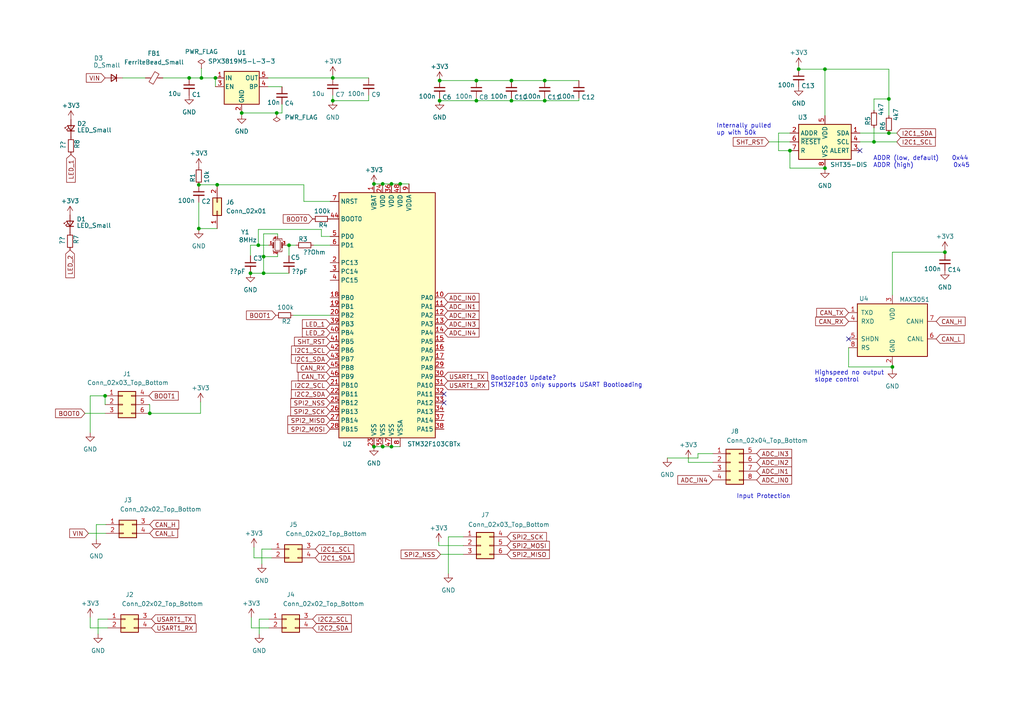
<source format=kicad_sch>
(kicad_sch (version 20211123) (generator eeschema)
  (paper "A4")
  (lib_symbols
    (symbol "Connector_Generic:Conn_02x01" (pin_names (offset 1.016) hide)
      (property "Reference" "J" (at 1.27 2.54 0))
      (property "Value" "Conn_02x01" (at 1.27 -2.54 0))
      (symbol "Conn_02x01_1_1"
        (rectangle (start -1.27 0.127) (end 0 -0.127) (stroke (width 0.1524)))
        (rectangle (start -1.27 1.27) (end 3.81 -1.27) (stroke (width 0.254)) (fill (type background)))
        (rectangle (start 3.81 0.127) (end 2.54 -0.127) (stroke (width 0.1524)))
        (pin passive line (at -5.08 0 0) (length 3.81) (name "Pin_1") (number "1"))
        (pin passive line (at 7.62 0 180) (length 3.81) (name "Pin_2") (number "2"))
      )
    )
    (symbol "Connector_Generic:Conn_02x02_Top_Bottom" (pin_names (offset 1.016) hide)
      (property "Reference" "J" (at 1.27 2.54 0))
      (property "Value" "Conn_02x02_Top_Bottom" (at 1.27 -5.08 0))
      (symbol "Conn_02x02_Top_Bottom_1_1"
        (rectangle (start -1.27 -2.413) (end 0 -2.667) (stroke (width 0.1524)))
        (rectangle (start -1.27 0.127) (end 0 -0.127) (stroke (width 0.1524)))
        (rectangle (start -1.27 1.27) (end 3.81 -3.81) (stroke (width 0.254)) (fill (type background)))
        (rectangle (start 3.81 -2.413) (end 2.54 -2.667) (stroke (width 0.1524)))
        (rectangle (start 3.81 0.127) (end 2.54 -0.127) (stroke (width 0.1524)))
        (pin passive line (at -5.08 0 0) (length 3.81) (name "Pin_1") (number "1"))
        (pin passive line (at -5.08 -2.54 0) (length 3.81) (name "Pin_2") (number "2"))
        (pin passive line (at 7.62 0 180) (length 3.81) (name "Pin_3") (number "3"))
        (pin passive line (at 7.62 -2.54 180) (length 3.81) (name "Pin_4") (number "4"))
      )
    )
    (symbol "Connector_Generic:Conn_02x03_Top_Bottom" (pin_names (offset 1.016) hide)
      (property "Reference" "J" (at 1.27 5.08 0))
      (property "Value" "Conn_02x03_Top_Bottom" (at 1.27 -5.08 0))
      (symbol "Conn_02x03_Top_Bottom_1_1"
        (rectangle (start -1.27 -2.413) (end 0 -2.667) (stroke (width 0.1524)))
        (rectangle (start -1.27 0.127) (end 0 -0.127) (stroke (width 0.1524)))
        (rectangle (start -1.27 2.667) (end 0 2.413) (stroke (width 0.1524)))
        (rectangle (start -1.27 3.81) (end 3.81 -3.81) (stroke (width 0.254)) (fill (type background)))
        (rectangle (start 3.81 -2.413) (end 2.54 -2.667) (stroke (width 0.1524)))
        (rectangle (start 3.81 0.127) (end 2.54 -0.127) (stroke (width 0.1524)))
        (rectangle (start 3.81 2.667) (end 2.54 2.413) (stroke (width 0.1524)))
        (pin passive line (at -5.08 2.54 0) (length 3.81) (name "Pin_1") (number "1"))
        (pin passive line (at -5.08 0 0) (length 3.81) (name "Pin_2") (number "2"))
        (pin passive line (at -5.08 -2.54 0) (length 3.81) (name "Pin_3") (number "3"))
        (pin passive line (at 7.62 2.54 180) (length 3.81) (name "Pin_4") (number "4"))
        (pin passive line (at 7.62 0 180) (length 3.81) (name "Pin_5") (number "5"))
        (pin passive line (at 7.62 -2.54 180) (length 3.81) (name "Pin_6") (number "6"))
      )
    )
    (symbol "Connector_Generic:Conn_02x04_Top_Bottom" (pin_names (offset 1.016) hide)
      (property "Reference" "J" (at 1.27 5.08 0))
      (property "Value" "Conn_02x04_Top_Bottom" (at 1.27 -7.62 0))
      (symbol "Conn_02x04_Top_Bottom_1_1"
        (rectangle (start -1.27 -4.953) (end 0 -5.207) (stroke (width 0.1524)))
        (rectangle (start -1.27 -2.413) (end 0 -2.667) (stroke (width 0.1524)))
        (rectangle (start -1.27 0.127) (end 0 -0.127) (stroke (width 0.1524)))
        (rectangle (start -1.27 2.667) (end 0 2.413) (stroke (width 0.1524)))
        (rectangle (start -1.27 3.81) (end 3.81 -6.35) (stroke (width 0.254)) (fill (type background)))
        (rectangle (start 3.81 -4.953) (end 2.54 -5.207) (stroke (width 0.1524)))
        (rectangle (start 3.81 -2.413) (end 2.54 -2.667) (stroke (width 0.1524)))
        (rectangle (start 3.81 0.127) (end 2.54 -0.127) (stroke (width 0.1524)))
        (rectangle (start 3.81 2.667) (end 2.54 2.413) (stroke (width 0.1524)))
        (pin passive line (at -5.08 2.54 0) (length 3.81) (name "Pin_1") (number "1"))
        (pin passive line (at -5.08 0 0) (length 3.81) (name "Pin_2") (number "2"))
        (pin passive line (at -5.08 -2.54 0) (length 3.81) (name "Pin_3") (number "3"))
        (pin passive line (at -5.08 -5.08 0) (length 3.81) (name "Pin_4") (number "4"))
        (pin passive line (at 7.62 2.54 180) (length 3.81) (name "Pin_5") (number "5"))
        (pin passive line (at 7.62 0 180) (length 3.81) (name "Pin_6") (number "6"))
        (pin passive line (at 7.62 -2.54 180) (length 3.81) (name "Pin_7") (number "7"))
        (pin passive line (at 7.62 -5.08 180) (length 3.81) (name "Pin_8") (number "8"))
      )
    )
    (symbol "Device:C_Small" (pin_numbers hide) (pin_names (offset 0.254) hide)
      (property "Reference" "C" (at 0.254 1.778 0))
      (property "Value" "C_Small" (at 0.254 -2.032 0))
      (symbol "C_Small_0_1"
        (polyline (pts (xy -1.524 -0.508) (xy 1.524 -0.508)) (stroke (width 0.3302)))
        (polyline (pts (xy -1.524 0.508) (xy 1.524 0.508)) (stroke (width 0.3048)))
      )
      (symbol "C_Small_1_1"
        (pin passive line (at 0 2.54 270) (length 2.032) (name "~") (number "1"))
        (pin passive line (at 0 -2.54 90) (length 2.032) (name "~") (number "2"))
      )
    )
    (symbol "Device:Crystal_GND24_Small" (pin_names (offset 1.016) hide)
      (property "Reference" "Y" (at 1.27 4.445 0))
      (property "Value" "Crystal_GND24_Small" (at 1.27 2.54 0))
      (symbol "Crystal_GND24_Small_0_1"
        (rectangle (start -0.762 -1.524) (end 0.762 1.524))
        (polyline (pts (xy -1.27 -0.762) (xy -1.27 0.762)) (stroke (width 0.381)))
        (polyline (pts (xy 1.27 -0.762) (xy 1.27 0.762)) (stroke (width 0.381)))
        (polyline (pts (xy -1.27 -1.27) (xy -1.27 -1.905) (xy 1.27 -1.905) (xy 1.27 -1.27)))
        (polyline (pts (xy -1.27 1.27) (xy -1.27 1.905) (xy 1.27 1.905) (xy 1.27 1.27)))
      )
      (symbol "Crystal_GND24_Small_1_1"
        (pin passive line (at -2.54 0 0) (length 1.27) (name "1") (number "1"))
        (pin passive line (at 0 -2.54 90) (length 0.635) (name "2") (number "2"))
        (pin passive line (at 2.54 0 180) (length 1.27) (name "3") (number "3"))
        (pin passive line (at 0 2.54 270) (length 0.635) (name "4") (number "4"))
      )
    )
    (symbol "Device:D_Small" (pin_numbers hide) (pin_names (offset 0.254) hide)
      (property "Reference" "D" (at -1.27 2.032 0))
      (property "Value" "D_Small" (at -3.81 -2.032 0))
      (symbol "D_Small_0_1"
        (polyline (pts (xy -0.762 -1.016) (xy -0.762 1.016)) (stroke (width 0.254)))
        (polyline (pts (xy -0.762 0) (xy 0.762 0)))
        (polyline (pts (xy 0.762 -1.016) (xy -0.762 0) (xy 0.762 1.016) (xy 0.762 -1.016)) (stroke (width 0.254)))
      )
      (symbol "D_Small_1_1"
        (pin passive line (at -2.54 0 0) (length 1.778) (name "K") (number "1"))
        (pin passive line (at 2.54 0 180) (length 1.778) (name "A") (number "2"))
      )
    )
    (symbol "Device:FerriteBead_Small" (pin_numbers hide) (pin_names (offset 0))
      (property "Reference" "FB" (at 1.905 1.27 0))
      (property "Value" "FerriteBead_Small" (at 1.905 -1.27 0))
      (symbol "FerriteBead_Small_0_1"
        (polyline (pts (xy 0 -1.27) (xy 0 -0.7874)))
        (polyline (pts (xy 0 0.889) (xy 0 1.2954)))
        (polyline (pts (xy -1.8288 0.2794) (xy -1.1176 1.4986) (xy 1.8288 -0.2032) (xy 1.1176 -1.4224) (xy -1.8288 0.2794)))
      )
      (symbol "FerriteBead_Small_1_1"
        (pin passive line (at 0 2.54 270) (length 1.27) (name "~") (number "1"))
        (pin passive line (at 0 -2.54 90) (length 1.27) (name "~") (number "2"))
      )
    )
    (symbol "Device:LED_Small" (pin_numbers hide) (pin_names (offset 0.254) hide)
      (property "Reference" "D" (at -1.27 3.175 0))
      (property "Value" "LED_Small" (at -4.445 -2.54 0))
      (symbol "LED_Small_0_1"
        (polyline (pts (xy -0.762 -1.016) (xy -0.762 1.016)) (stroke (width 0.254)))
        (polyline (pts (xy 1.016 0) (xy -0.762 0)))
        (polyline (pts (xy 0.762 -1.016) (xy -0.762 0) (xy 0.762 1.016) (xy 0.762 -1.016)) (stroke (width 0.254)))
        (polyline (pts (xy 0 0.762) (xy -0.508 1.27) (xy -0.254 1.27) (xy -0.508 1.27) (xy -0.508 1.016)))
        (polyline (pts (xy 0.508 1.27) (xy 0 1.778) (xy 0.254 1.778) (xy 0 1.778) (xy 0 1.524)))
      )
      (symbol "LED_Small_1_1"
        (pin passive line (at -2.54 0 0) (length 1.778) (name "K") (number "1"))
        (pin passive line (at 2.54 0 180) (length 1.778) (name "A") (number "2"))
      )
    )
    (symbol "Device:R_Small" (pin_numbers hide) (pin_names (offset 0.254) hide)
      (property "Reference" "R" (at 0.762 0.508 0))
      (property "Value" "R_Small" (at 0.762 -1.016 0))
      (symbol "R_Small_0_1"
        (rectangle (start -0.762 1.778) (end 0.762 -1.778) (stroke (width 0.2032)))
      )
      (symbol "R_Small_1_1"
        (pin passive line (at 0 2.54 270) (length 0.762) (name "~") (number "1"))
        (pin passive line (at 0 -2.54 90) (length 0.762) (name "~") (number "2"))
      )
    )
    (symbol "Interface_UART:MAX3051" (pin_names (offset 1.016))
      (property "Reference" "U" (at -10.16 8.89 0))
      (property "Value" "MAX3051" (at 2.54 8.89 0))
      (symbol "MAX3051_0_1"
        (rectangle (start -10.16 7.62) (end 10.16 -7.62) (stroke (width 0.254)) (fill (type background)))
      )
      (symbol "MAX3051_1_1"
        (pin input line (at -12.7 5.08 0) (length 2.54) (name "TXD") (number "1"))
        (pin power_in line (at 0 -10.16 90) (length 2.54) (name "GND") (number "2"))
        (pin power_in line (at 0 10.16 270) (length 2.54) (name "VDD") (number "3"))
        (pin output line (at -12.7 2.54 0) (length 2.54) (name "RXD") (number "4"))
        (pin input line (at -12.7 -2.54 0) (length 2.54) (name "SHDN") (number "5"))
        (pin bidirectional line (at 12.7 -2.54 180) (length 2.54) (name "CANL") (number "6"))
        (pin bidirectional line (at 12.7 2.54 180) (length 2.54) (name "CANH") (number "7"))
        (pin input line (at -12.7 -5.08 0) (length 2.54) (name "RS") (number "8"))
      )
    )
    (symbol "MCU_ST_STM32F1:STM32F103CBTx"
      (property "Reference" "U" (at -15.24 36.83 0))
      (property "Value" "STM32F103CBTx" (at 7.62 36.83 0))
      (symbol "STM32F103CBTx_0_1"
        (rectangle (start -15.24 -35.56) (end 12.7 35.56) (stroke (width 0.254)) (fill (type background)))
      )
      (symbol "STM32F103CBTx_1_1"
        (pin power_in line (at -5.08 38.1 270) (length 2.54) (name "VBAT") (number "1"))
        (pin bidirectional line (at 15.24 5.08 180) (length 2.54) (name "PA0") (number "10"))
        (pin bidirectional line (at 15.24 2.54 180) (length 2.54) (name "PA1") (number "11"))
        (pin bidirectional line (at 15.24 0 180) (length 2.54) (name "PA2") (number "12"))
        (pin bidirectional line (at 15.24 -2.54 180) (length 2.54) (name "PA3") (number "13"))
        (pin bidirectional line (at 15.24 -5.08 180) (length 2.54) (name "PA4") (number "14"))
        (pin bidirectional line (at 15.24 -7.62 180) (length 2.54) (name "PA5") (number "15"))
        (pin bidirectional line (at 15.24 -10.16 180) (length 2.54) (name "PA6") (number "16"))
        (pin bidirectional line (at 15.24 -12.7 180) (length 2.54) (name "PA7") (number "17"))
        (pin bidirectional line (at -17.78 5.08 0) (length 2.54) (name "PB0") (number "18"))
        (pin bidirectional line (at -17.78 2.54 0) (length 2.54) (name "PB1") (number "19"))
        (pin bidirectional line (at -17.78 15.24 0) (length 2.54) (name "PC13") (number "2"))
        (pin bidirectional line (at -17.78 0 0) (length 2.54) (name "PB2") (number "20"))
        (pin bidirectional line (at -17.78 -20.32 0) (length 2.54) (name "PB10") (number "21"))
        (pin bidirectional line (at -17.78 -22.86 0) (length 2.54) (name "PB11") (number "22"))
        (pin power_in line (at -5.08 -38.1 90) (length 2.54) (name "VSS") (number "23"))
        (pin power_in line (at -2.54 38.1 270) (length 2.54) (name "VDD") (number "24"))
        (pin bidirectional line (at -17.78 -25.4 0) (length 2.54) (name "PB12") (number "25"))
        (pin bidirectional line (at -17.78 -27.94 0) (length 2.54) (name "PB13") (number "26"))
        (pin bidirectional line (at -17.78 -30.48 0) (length 2.54) (name "PB14") (number "27"))
        (pin bidirectional line (at -17.78 -33.02 0) (length 2.54) (name "PB15") (number "28"))
        (pin bidirectional line (at 15.24 -15.24 180) (length 2.54) (name "PA8") (number "29"))
        (pin bidirectional line (at -17.78 12.7 0) (length 2.54) (name "PC14") (number "3"))
        (pin bidirectional line (at 15.24 -17.78 180) (length 2.54) (name "PA9") (number "30"))
        (pin bidirectional line (at 15.24 -20.32 180) (length 2.54) (name "PA10") (number "31"))
        (pin bidirectional line (at 15.24 -22.86 180) (length 2.54) (name "PA11") (number "32"))
        (pin bidirectional line (at 15.24 -25.4 180) (length 2.54) (name "PA12") (number "33"))
        (pin bidirectional line (at 15.24 -27.94 180) (length 2.54) (name "PA13") (number "34"))
        (pin power_in line (at -2.54 -38.1 90) (length 2.54) (name "VSS") (number "35"))
        (pin power_in line (at 0 38.1 270) (length 2.54) (name "VDD") (number "36"))
        (pin bidirectional line (at 15.24 -30.48 180) (length 2.54) (name "PA14") (number "37"))
        (pin bidirectional line (at 15.24 -33.02 180) (length 2.54) (name "PA15") (number "38"))
        (pin bidirectional line (at -17.78 -2.54 0) (length 2.54) (name "PB3") (number "39"))
        (pin bidirectional line (at -17.78 10.16 0) (length 2.54) (name "PC15") (number "4"))
        (pin bidirectional line (at -17.78 -5.08 0) (length 2.54) (name "PB4") (number "40"))
        (pin bidirectional line (at -17.78 -7.62 0) (length 2.54) (name "PB5") (number "41"))
        (pin bidirectional line (at -17.78 -10.16 0) (length 2.54) (name "PB6") (number "42"))
        (pin bidirectional line (at -17.78 -12.7 0) (length 2.54) (name "PB7") (number "43"))
        (pin input line (at -17.78 27.94 0) (length 2.54) (name "BOOT0") (number "44"))
        (pin bidirectional line (at -17.78 -15.24 0) (length 2.54) (name "PB8") (number "45"))
        (pin bidirectional line (at -17.78 -17.78 0) (length 2.54) (name "PB9") (number "46"))
        (pin power_in line (at 0 -38.1 90) (length 2.54) (name "VSS") (number "47"))
        (pin power_in line (at 2.54 38.1 270) (length 2.54) (name "VDD") (number "48"))
        (pin input line (at -17.78 22.86 0) (length 2.54) (name "PD0") (number "5"))
        (pin input line (at -17.78 20.32 0) (length 2.54) (name "PD1") (number "6"))
        (pin input line (at -17.78 33.02 0) (length 2.54) (name "NRST") (number "7"))
        (pin power_in line (at 2.54 -38.1 90) (length 2.54) (name "VSSA") (number "8"))
        (pin power_in line (at 5.08 38.1 270) (length 2.54) (name "VDDA") (number "9"))
      )
    )
    (symbol "Regulator_Linear:SPX3819M5-L-3-3" (pin_names (offset 0.254))
      (property "Reference" "U" (at -3.81 5.715 0))
      (property "Value" "SPX3819M5-L-3-3" (at 0 5.715 0))
      (symbol "SPX3819M5-L-3-3_0_1"
        (rectangle (start -5.08 4.445) (end 5.08 -5.08) (stroke (width 0.254)) (fill (type background)))
      )
      (symbol "SPX3819M5-L-3-3_1_1"
        (pin power_in line (at -7.62 2.54 0) (length 2.54) (name "IN") (number "1"))
        (pin power_in line (at 0 -7.62 90) (length 2.54) (name "GND") (number "2"))
        (pin input line (at -7.62 0 0) (length 2.54) (name "EN") (number "3"))
        (pin input line (at 7.62 0 180) (length 2.54) (name "BP") (number "4"))
        (pin power_out line (at 7.62 2.54 180) (length 2.54) (name "OUT") (number "5"))
      )
    )
    (symbol "Sensor_Humidity:SHT35-DIS"
      (property "Reference" "U" (at -6.35 6.35 0))
      (property "Value" "SHT35-DIS" (at 6.35 6.35 0))
      (symbol "SHT35-DIS_0_1"
        (rectangle (start -7.62 5.08) (end 7.62 -5.08) (stroke (width 0.254)) (fill (type background)))
      )
      (symbol "SHT35-DIS_1_1"
        (pin bidirectional line (at 10.16 2.54 180) (length 2.54) (name "SDA") (number "1"))
        (pin input line (at -10.16 2.54 0) (length 2.54) (name "ADDR") (number "2"))
        (pin output line (at 10.16 -2.54 180) (length 2.54) (name "ALERT") (number "3"))
        (pin input line (at 10.16 0 180) (length 2.54) (name "SCL") (number "4"))
        (pin power_in line (at 0 7.62 270) (length 2.54) (name "VDD") (number "5"))
        (pin input line (at -10.16 0 0) (length 2.54) (name "~{RESET}") (number "6"))
        (pin passive line (at -10.16 -2.54 0) (length 2.54) (name "R") (number "7"))
        (pin power_in line (at 0 -7.62 90) (length 2.54) (name "VSS") (number "8"))
        (pin passive line (at 0 -7.62 90) (length 2.54) hide (name "VSS") (number "9"))
      )
    )
    (symbol "power:+3V3" (power) (pin_names (offset 0))
      (property "Value" "+3V3" (at 0 3.556 0))
      (symbol "+3V3_0_1"
        (polyline (pts (xy -0.762 1.27) (xy 0 2.54)))
        (polyline (pts (xy 0 0) (xy 0 2.54)))
        (polyline (pts (xy 0 2.54) (xy 0.762 1.27)))
      )
      (symbol "+3V3_1_1"
        (pin power_in line (at 0 0 90) (length 0) hide (name "+3V3") (number "1"))
      )
    )
    (symbol "power:GND" (power) (pin_names (offset 0))
      (property "Value" "GND" (at 0 -3.81 0))
      (symbol "GND_0_1"
        (polyline (pts (xy 0 0) (xy 0 -1.27) (xy 1.27 -1.27) (xy 0 -2.54) (xy -1.27 -1.27) (xy 0 -1.27)))
      )
      (symbol "GND_1_1"
        (pin power_in line (at 0 0 270) (length 0) hide (name "GND") (number "1"))
      )
    )
    (symbol "power:PWR_FLAG" (power) (pin_numbers hide) (pin_names (offset 0) hide)
      (property "Value" "PWR_FLAG" (at 0 3.81 0))
      (symbol "PWR_FLAG_0_0"
        (pin power_out line (at 0 0 90) (length 0) (name "pwr") (number "1"))
      )
      (symbol "PWR_FLAG_0_1"
        (polyline (pts (xy 0 0) (xy 0 1.27) (xy -1.016 1.905) (xy 0 2.54) (xy 1.016 1.905) (xy 0 1.27)))
      )
    )
  )
  (junction (at 127.508 23.368))
  (junction (at 108.458 129.54))
  (junction (at 80.264 32.766))
  (junction (at 83.82 71.12))
  (junction (at 127.508 29.21))
  (junction (at 110.998 53.34))
  (junction (at 239.268 20.066))
  (junction (at 76.454 74.422))
  (junction (at 70.104 32.766))
  (junction (at 108.458 53.34))
  (junction (at 54.864 22.606))
  (junction (at 57.658 53.594))
  (junction (at 96.52 22.606))
  (junction (at 116.078 53.34))
  (junction (at 157.988 23.368))
  (junction (at 274.066 73.152))
  (junction (at 258.826 106.426))
  (junction (at 229.108 43.688))
  (junction (at 253.492 41.148))
  (junction (at 138.176 23.368))
  (junction (at 72.644 79.248))
  (junction (at 30.48 114.808))
  (junction (at 110.998 129.54))
  (junction (at 43.434 119.888))
  (junction (at 257.81 28.702))
  (junction (at 62.484 22.606))
  (junction (at 74.93 71.12))
  (junction (at 138.176 29.21))
  (junction (at 157.988 29.21))
  (junction (at 231.648 20.066))
  (junction (at 239.268 48.768))
  (junction (at 96.52 29.21))
  (junction (at 76.454 79.248))
  (junction (at 113.538 129.54))
  (junction (at 257.81 38.608))
  (junction (at 148.336 29.21))
  (junction (at 57.658 66.294))
  (junction (at 58.42 22.606))
  (junction (at 148.336 23.368))
  (junction (at 62.992 53.594))
  (junction (at 113.538 53.34))
  (no_connect (at 249.428 43.688))
  (no_connect (at 128.778 114.3))
  (no_connect (at 128.778 116.84))
  (no_connect (at 246.126 98.298))
  (wire (pts (xy 76.454 79.248) (xy 83.82 79.248)))
  (wire (pts (xy 274.066 73.152) (xy 274.066 73.406)))
  (wire (pts (xy 83.82 71.12) (xy 85.852 71.12)))
  (wire (pts (xy 80.518 73.66) (xy 80.518 74.422)))
  (wire (pts (xy 246.126 100.838) (xy 246.126 106.426)))
  (wire (pts (xy 274.066 72.644) (xy 274.066 73.152)))
  (wire (pts (xy 257.81 28.702) (xy 257.81 20.066)))
  (wire (pts (xy 77.724 22.606) (xy 96.52 22.606)))
  (wire (pts (xy 206.756 134.112) (xy 199.644 134.112)))
  (wire (pts (xy 93.218 66.548) (xy 74.93 66.548)))
  (wire (pts (xy 27.94 152.146) (xy 30.734 152.146)))
  (wire (pts (xy 258.826 73.152) (xy 258.826 85.598)))
  (wire (pts (xy 116.078 53.34) (xy 118.618 53.34)))
  (wire (pts (xy 127.508 23.368) (xy 138.176 23.368)))
  (wire (pts (xy 257.81 20.066) (xy 239.268 20.066)))
  (wire (pts (xy 28.448 183.896) (xy 28.448 179.578)))
  (wire (pts (xy 157.988 29.21) (xy 167.894 29.21)))
  (wire (pts (xy 108.458 53.34) (xy 110.998 53.34)))
  (wire (pts (xy 127.508 28.448) (xy 127.508 29.21)))
  (wire (pts (xy 88.138 58.42) (xy 88.138 53.594)))
  (wire (pts (xy 43.434 117.348) (xy 43.434 119.888)))
  (wire (pts (xy 26.162 182.118) (xy 26.162 179.07)))
  (wire (pts (xy 76.454 67.818) (xy 80.518 67.818)))
  (wire (pts (xy 90.932 71.12) (xy 95.758 71.12)))
  (wire (pts (xy 225.806 43.688) (xy 229.108 43.688)))
  (wire (pts (xy 47.244 22.606) (xy 54.864 22.606)))
  (wire (pts (xy 31.242 182.118) (xy 26.162 182.118)))
  (wire (pts (xy 74.93 66.548) (xy 74.93 71.12)))
  (wire (pts (xy 62.992 66.294) (xy 57.658 66.294)))
  (wire (pts (xy 72.644 79.248) (xy 76.454 79.248)))
  (wire (pts (xy 77.978 182.118) (xy 72.898 182.118)))
  (wire (pts (xy 257.81 33.528) (xy 257.81 28.702)))
  (wire (pts (xy 72.898 182.118) (xy 72.898 179.07)))
  (wire (pts (xy 127.508 29.21) (xy 138.176 29.21)))
  (wire (pts (xy 75.946 163.576) (xy 75.946 159.258)))
  (wire (pts (xy 77.724 25.146) (xy 81.788 25.146)))
  (wire (pts (xy 257.81 38.608) (xy 260.096 38.608)))
  (wire (pts (xy 249.428 38.608) (xy 257.81 38.608)))
  (wire (pts (xy 30.734 154.686) (xy 25.654 154.686)))
  (wire (pts (xy 157.988 23.368) (xy 167.894 23.368)))
  (wire (pts (xy 58.166 119.888) (xy 43.434 119.888)))
  (wire (pts (xy 62.992 53.594) (xy 88.138 53.594)))
  (wire (pts (xy 138.176 28.448) (xy 138.176 29.21)))
  (wire (pts (xy 83.82 71.12) (xy 83.82 74.168)))
  (wire (pts (xy 73.66 161.798) (xy 73.66 158.75)))
  (wire (pts (xy 246.126 106.426) (xy 258.826 106.426)))
  (wire (pts (xy 167.894 29.21) (xy 167.894 28.448)))
  (wire (pts (xy 95.758 58.42) (xy 88.138 58.42)))
  (wire (pts (xy 78.74 161.798) (xy 73.66 161.798)))
  (wire (pts (xy 54.864 22.606) (xy 58.42 22.606)))
  (wire (pts (xy 96.52 22.606) (xy 106.934 22.606)))
  (wire (pts (xy 134.366 158.242) (xy 127.254 158.242)))
  (wire (pts (xy 75.946 159.258) (xy 78.74 159.258)))
  (wire (pts (xy 223.012 41.148) (xy 229.108 41.148)))
  (wire (pts (xy 110.998 129.54) (xy 113.538 129.54)))
  (wire (pts (xy 24.638 119.888) (xy 30.48 119.888)))
  (wire (pts (xy 72.644 71.12) (xy 74.93 71.12)))
  (wire (pts (xy 138.176 29.21) (xy 148.336 29.21)))
  (wire (pts (xy 193.548 132.842) (xy 202.438 132.842)))
  (wire (pts (xy 81.788 32.766) (xy 80.264 32.766)))
  (wire (pts (xy 249.428 41.148) (xy 253.492 41.148)))
  (wire (pts (xy 130.048 155.702) (xy 134.366 155.702)))
  (wire (pts (xy 96.52 22.606) (xy 96.52 21.844)))
  (wire (pts (xy 62.484 22.606) (xy 62.484 25.146)))
  (wire (pts (xy 43.434 119.888) (xy 43.18 119.888)))
  (wire (pts (xy 76.454 67.818) (xy 76.454 74.422)))
  (wire (pts (xy 27.94 156.464) (xy 27.94 152.146)))
  (wire (pts (xy 157.988 28.448) (xy 157.988 29.21)))
  (wire (pts (xy 75.184 179.578) (xy 77.978 179.578)))
  (wire (pts (xy 106.934 27.686) (xy 106.934 29.21)))
  (wire (pts (xy 96.52 27.686) (xy 96.52 29.21)))
  (wire (pts (xy 58.166 116.586) (xy 58.166 119.888)))
  (wire (pts (xy 258.826 106.426) (xy 258.826 107.188)))
  (wire (pts (xy 26.162 125.476) (xy 26.162 114.808)))
  (wire (pts (xy 110.998 53.34) (xy 113.538 53.34)))
  (wire (pts (xy 148.336 29.21) (xy 157.988 29.21)))
  (wire (pts (xy 57.658 58.674) (xy 57.658 66.294)))
  (wire (pts (xy 258.826 73.152) (xy 274.066 73.152)))
  (wire (pts (xy 113.538 129.54) (xy 116.078 129.54)))
  (wire (pts (xy 127.762 160.782) (xy 134.366 160.782)))
  (wire (pts (xy 253.492 41.148) (xy 260.096 41.148)))
  (wire (pts (xy 148.336 28.448) (xy 148.336 29.21)))
  (wire (pts (xy 127.254 158.242) (xy 127.254 157.226)))
  (wire (pts (xy 239.268 33.528) (xy 239.268 20.066)))
  (wire (pts (xy 26.162 114.808) (xy 30.48 114.808)))
  (wire (pts (xy 130.048 166.37) (xy 130.048 155.702)))
  (wire (pts (xy 58.42 19.812) (xy 58.42 22.606)))
  (wire (pts (xy 85.09 91.44) (xy 95.758 91.44)))
  (wire (pts (xy 239.268 48.768) (xy 239.268 49.022)))
  (wire (pts (xy 81.788 30.226) (xy 81.788 32.766)))
  (wire (pts (xy 93.218 66.548) (xy 93.218 68.58)))
  (wire (pts (xy 57.658 53.594) (xy 62.992 53.594)))
  (wire (pts (xy 253.492 32.004) (xy 253.492 28.702)))
  (wire (pts (xy 231.648 19.304) (xy 231.648 20.066)))
  (wire (pts (xy 95.758 68.58) (xy 93.218 68.58)))
  (wire (pts (xy 43.18 117.348) (xy 43.434 117.348)))
  (wire (pts (xy 239.268 20.066) (xy 231.648 20.066)))
  (wire (pts (xy 202.438 132.842) (xy 202.438 131.572)))
  (wire (pts (xy 35.56 22.606) (xy 42.164 22.606)))
  (wire (pts (xy 202.438 131.572) (xy 206.756 131.572)))
  (wire (pts (xy 113.538 53.34) (xy 116.078 53.34)))
  (wire (pts (xy 106.934 29.21) (xy 96.52 29.21)))
  (wire (pts (xy 72.644 74.168) (xy 72.644 71.12)))
  (wire (pts (xy 76.454 74.422) (xy 76.454 79.248)))
  (wire (pts (xy 80.264 32.766) (xy 70.104 32.766)))
  (wire (pts (xy 138.176 23.368) (xy 148.336 23.368)))
  (wire (pts (xy 70.104 32.766) (xy 70.104 33.274)))
  (wire (pts (xy 148.336 23.368) (xy 157.988 23.368)))
  (wire (pts (xy 75.184 183.896) (xy 75.184 179.578)))
  (wire (pts (xy 74.93 71.12) (xy 77.978 71.12)))
  (wire (pts (xy 80.518 67.818) (xy 80.518 68.58)))
  (wire (pts (xy 253.492 37.084) (xy 253.492 41.148)))
  (wire (pts (xy 76.454 74.422) (xy 80.518 74.422)))
  (wire (pts (xy 225.806 38.608) (xy 225.806 43.688)))
  (wire (pts (xy 83.058 71.12) (xy 83.82 71.12)))
  (wire (pts (xy 199.644 134.112) (xy 199.644 133.096)))
  (wire (pts (xy 258.826 105.918) (xy 258.826 106.426)))
  (wire (pts (xy 30.48 114.808) (xy 30.48 117.348)))
  (wire (pts (xy 229.108 38.608) (xy 225.806 38.608)))
  (wire (pts (xy 229.108 48.768) (xy 239.268 48.768)))
  (wire (pts (xy 58.42 22.606) (xy 62.484 22.606)))
  (wire (pts (xy 28.448 179.578) (xy 31.242 179.578)))
  (wire (pts (xy 57.658 66.294) (xy 57.658 66.548)))
  (wire (pts (xy 229.108 43.688) (xy 229.108 48.768)))
  (wire (pts (xy 108.458 129.54) (xy 110.998 129.54)))
  (wire (pts (xy 253.492 28.702) (xy 257.81 28.702)))
  (text "Input Protection" (at 213.614 144.78 0) (effects (font (size 1.27 1.27)) (justify left bottom)))
  (text "ADDR (low, default)    0x44\nADDR (high)            0x45" (at 253.238 48.768 0) (effects (font (size 1.27 1.27)) (justify left bottom)))
  (text "Internally pulled \nup with 50k" (at 207.772 39.37 0) (effects (font (size 1.27 1.27)) (justify left bottom)))
  (text "Highspeed no output\nslope control" (at 236.22 110.998 0) (effects (font (size 1.27 1.27)) (justify left bottom)))
  (text "Bootloader Update?\nSTM32F103 only supports USART Bootloading" (at 142.24 112.522 0) (effects (font (size 1.27 1.27)) (justify left bottom)))
  (global_label "SPI2_MISO" (shape input) (at 147.066 160.782 0) (property "Intersheet References" "${INTERSHEET_REFS}" (effects hide)))
  (global_label "I2C1_SCL" (shape input) (at 95.758 101.6 180) (property "Intersheet References" "${INTERSHEET_REFS}" (effects hide)))
  (global_label "USART1_TX" (shape input) (at 43.942 179.578 0) (property "Intersheet References" "${INTERSHEET_REFS}" (effects hide)))
  (global_label "I2C2_SDA" (shape input) (at 95.758 114.3 180) (property "Intersheet References" "${INTERSHEET_REFS}" (effects hide)))
  (global_label "CAN_TX" (shape input) (at 95.758 109.22 180) (property "Intersheet References" "${INTERSHEET_REFS}" (effects hide)))
  (global_label "ADC_IN3" (shape input) (at 219.456 131.572 0) (property "Intersheet References" "${INTERSHEET_REFS}" (effects hide)))
  (global_label "I2C1_SDA" (shape input) (at 260.096 38.608 0) (property "Intersheet References" "${INTERSHEET_REFS}" (effects hide)))
  (global_label "SPI2_NSS" (shape input) (at 95.758 116.84 180) (property "Intersheet References" "${INTERSHEET_REFS}" (effects hide)))
  (global_label "BOOT1" (shape input) (at 43.18 114.808 0) (property "Intersheet References" "${INTERSHEET_REFS}" (effects hide)))
  (global_label "LED_1" (shape input) (at 20.574 44.831 270) (property "Intersheet References" "${INTERSHEET_REFS}" (effects hide)))
  (global_label "LED_1" (shape input) (at 95.758 93.98 180) (property "Intersheet References" "${INTERSHEET_REFS}" (effects hide)))
  (global_label "ADC_IN0" (shape input) (at 219.456 139.192 0) (property "Intersheet References" "${INTERSHEET_REFS}" (effects hide)))
  (global_label "SPI2_MOSI" (shape input) (at 95.758 124.46 180) (property "Intersheet References" "${INTERSHEET_REFS}" (effects hide)))
  (global_label "BOOT0" (shape input) (at 24.638 119.888 180) (property "Intersheet References" "${INTERSHEET_REFS}" (effects hide)))
  (global_label "I2C2_SCL" (shape input) (at 90.678 179.578 0) (property "Intersheet References" "${INTERSHEET_REFS}" (effects hide)))
  (global_label "ADC_IN1" (shape input) (at 128.778 88.9 0) (property "Intersheet References" "${INTERSHEET_REFS}" (effects hide)))
  (global_label "VIN" (shape input) (at 25.654 154.686 180) (property "Intersheet References" "${INTERSHEET_REFS}" (effects hide)))
  (global_label "CAN_H" (shape input) (at 43.434 152.146 0) (property "Intersheet References" "${INTERSHEET_REFS}" (effects hide)))
  (global_label "LED_2" (shape input) (at 95.758 96.52 180) (property "Intersheet References" "${INTERSHEET_REFS}" (effects hide)))
  (global_label "CAN_RX" (shape input) (at 246.126 93.218 180) (property "Intersheet References" "${INTERSHEET_REFS}" (effects hide)))
  (global_label "VIN" (shape input) (at 30.48 22.606 180) (property "Intersheet References" "${INTERSHEET_REFS}" (effects hide)))
  (global_label "USART1_RX" (shape input) (at 43.942 182.118 0) (property "Intersheet References" "${INTERSHEET_REFS}" (effects hide)))
  (global_label "ADC_IN4" (shape input) (at 128.778 96.52 0) (property "Intersheet References" "${INTERSHEET_REFS}" (effects hide)))
  (global_label "I2C1_SCL" (shape input) (at 260.096 41.148 0) (property "Intersheet References" "${INTERSHEET_REFS}" (effects hide)))
  (global_label "LED_2" (shape input) (at 20.32 72.517 270) (property "Intersheet References" "${INTERSHEET_REFS}" (effects hide)))
  (global_label "CAN_L" (shape input) (at 271.526 98.298 0) (property "Intersheet References" "${INTERSHEET_REFS}" (effects hide)))
  (global_label "ADC_IN1" (shape input) (at 219.456 136.652 0) (property "Intersheet References" "${INTERSHEET_REFS}" (effects hide)))
  (global_label "SPI2_NSS" (shape input) (at 127.762 160.782 180) (property "Intersheet References" "${INTERSHEET_REFS}" (effects hide)))
  (global_label "I2C1_SDA" (shape input) (at 91.44 161.798 0) (property "Intersheet References" "${INTERSHEET_REFS}" (effects hide)))
  (global_label "SPI2_SCK" (shape input) (at 95.758 119.38 180) (property "Intersheet References" "${INTERSHEET_REFS}" (effects hide)))
  (global_label "ADC_IN4" (shape input) (at 206.756 139.192 180) (property "Intersheet References" "${INTERSHEET_REFS}" (effects hide)))
  (global_label "ADC_IN2" (shape input) (at 128.778 91.44 0) (property "Intersheet References" "${INTERSHEET_REFS}" (effects hide)))
  (global_label "SPI2_MISO" (shape input) (at 95.758 121.92 180) (property "Intersheet References" "${INTERSHEET_REFS}" (effects hide)))
  (global_label "CAN_RX" (shape input) (at 95.758 106.68 180) (property "Intersheet References" "${INTERSHEET_REFS}" (effects hide)))
  (global_label "ADC_IN0" (shape input) (at 128.778 86.36 0) (property "Intersheet References" "${INTERSHEET_REFS}" (effects hide)))
  (global_label "SPI2_SCK" (shape input) (at 147.066 155.702 0) (property "Intersheet References" "${INTERSHEET_REFS}" (effects hide)))
  (global_label "I2C1_SCL" (shape input) (at 91.44 159.258 0) (property "Intersheet References" "${INTERSHEET_REFS}" (effects hide)))
  (global_label "SHT_RST" (shape input) (at 95.758 99.06 180) (property "Intersheet References" "${INTERSHEET_REFS}" (effects hide)))
  (global_label "USART1_TX" (shape input) (at 128.778 109.22 0) (property "Intersheet References" "${INTERSHEET_REFS}" (effects hide)))
  (global_label "I2C2_SDA" (shape input) (at 90.678 182.118 0) (property "Intersheet References" "${INTERSHEET_REFS}" (effects hide)))
  (global_label "BOOT0" (shape input) (at 90.678 63.5 180) (property "Intersheet References" "${INTERSHEET_REFS}" (effects hide)))
  (global_label "SHT_RST" (shape input) (at 223.012 41.148 180) (property "Intersheet References" "${INTERSHEET_REFS}" (effects hide)))
  (global_label "CAN_L" (shape input) (at 43.434 154.686 0) (property "Intersheet References" "${INTERSHEET_REFS}" (effects hide)))
  (global_label "CAN_TX" (shape input) (at 246.126 90.678 180) (property "Intersheet References" "${INTERSHEET_REFS}" (effects hide)))
  (global_label "CAN_H" (shape input) (at 271.526 93.218 0) (property "Intersheet References" "${INTERSHEET_REFS}" (effects hide)))
  (global_label "I2C2_SCL" (shape input) (at 95.758 111.76 180) (property "Intersheet References" "${INTERSHEET_REFS}" (effects hide)))
  (global_label "ADC_IN2" (shape input) (at 219.456 134.112 0) (property "Intersheet References" "${INTERSHEET_REFS}" (effects hide)))
  (global_label "USART1_RX" (shape input) (at 128.778 111.76 0) (property "Intersheet References" "${INTERSHEET_REFS}" (effects hide)))
  (global_label "I2C1_SDA" (shape input) (at 95.758 104.14 180) (property "Intersheet References" "${INTERSHEET_REFS}" (effects hide)))
  (global_label "ADC_IN3" (shape input) (at 128.778 93.98 0) (property "Intersheet References" "${INTERSHEET_REFS}" (effects hide)))
  (global_label "BOOT1" (shape input) (at 80.01 91.44 180) (property "Intersheet References" "${INTERSHEET_REFS}" (effects hide)))
  (global_label "SPI2_MOSI" (shape input) (at 147.066 158.242 0) (property "Intersheet References" "${INTERSHEET_REFS}" (effects hide)))
  (symbol (lib_id "power:GND") (at 127.508 29.21 0) (unit 1)
    (property "Reference" "#PWR0116" (effects hide))
    (property "Value" "GND" (at 127.508 34.036 0))
  )
  (symbol (lib_id "Device:R_Small") (at 93.218 63.5 270) (unit 1)
    (property "Reference" "R4" (at 93.726 65.278 90))
    (property "Value" "100k" (at 93.472 61.214 90))
    (property "Footprint" "Resistor_SMD:R_0603_1608Metric" (effects hide))
  )
  (symbol (lib_id "Device:C_Small") (at 106.934 25.146 0) (unit 1)
    (property "Reference" "C9" (at 107.696 27.432 0) (effects (justify left)))
    (property "Value" "100n" (at 100.838 27.178 0) (effects (justify left)))
    (property "Footprint" "Capacitor_SMD:C_0603_1608Metric" (effects hide))
  )
  (symbol (lib_id "Connector_Generic:Conn_02x03_Top_Bottom") (at 35.56 117.348 0) (unit 1)
    (property "Reference" "J1" (at 36.83 108.458 0))
    (property "Value" "Conn_02x03_Top_Bottom" (at 37.084 110.998 0))
    (property "Footprint" "OWN_Parts:pcb_edge_2_3" (effects hide))
  )
  (symbol (lib_id "power:+3V3") (at 20.574 34.671 0) (unit 1)
    (property "Reference" "#PWR0122" (effects hide))
    (property "Value" "+3V3" (at 20.574 30.607 0))
  )
  (symbol (lib_id "power:GND") (at 70.104 33.274 0) (unit 1)
    (property "Reference" "#PWR0105" (effects hide))
    (property "Value" "GND" (at 70.104 38.1 0))
  )
  (symbol (lib_id "power:+3V3") (at 127.508 23.368 0) (unit 1)
    (property "Reference" "#PWR0117" (effects hide))
    (property "Value" "+3V3" (at 127.508 19.304 0))
  )
  (symbol (lib_id "power:GND") (at 54.864 27.686 0) (unit 1)
    (property "Reference" "#PWR0107" (effects hide))
    (property "Value" "GND" (at 54.864 32.512 0))
  )
  (symbol (lib_id "Device:C_Small") (at 148.336 25.908 0) (unit 1)
    (property "Reference" "C10" (at 149.098 28.194 0) (effects (justify left)))
    (property "Value" "100n" (at 142.24 27.94 0) (effects (justify left)))
    (property "Footprint" "Capacitor_SMD:C_0603_1608Metric" (effects hide))
  )
  (symbol (lib_id "Device:C_Small") (at 83.82 76.708 0) (unit 1)
    (property "Reference" "C5" (at 84.328 74.676 0) (effects (justify left)))
    (property "Value" "??pF" (at 84.582 78.74 0) (effects (justify left)))
    (property "Footprint" "Capacitor_SMD:C_0603_1608Metric" (effects hide))
  )
  (symbol (lib_id "Connector_Generic:Conn_02x03_Top_Bottom") (at 139.446 158.242 0) (unit 1)
    (property "Reference" "J7" (at 140.716 149.352 0))
    (property "Value" "Conn_02x03_Top_Bottom" (at 147.574 152.146 0))
    (property "Footprint" "OWN_Parts:pcb_edge_2_3" (effects hide))
  )
  (symbol (lib_id "Connector_Generic:Conn_02x02_Top_Bottom") (at 83.82 159.258 0) (unit 1)
    (property "Reference" "J5" (at 85.09 152.146 0))
    (property "Value" "Conn_02x02_Top_Bottom" (at 94.615 154.813 0))
    (property "Footprint" "OWN_Parts:pcb_edge_2_2" (effects hide))
  )
  (symbol (lib_id "power:GND") (at 28.448 183.896 0) (unit 1)
    (property "Reference" "#PWR0134" (effects hide))
    (property "Value" "GND" (at 28.448 188.722 0))
  )
  (symbol (lib_id "Device:C_Small") (at 127.508 25.908 0) (unit 1)
    (property "Reference" "C6" (at 128.27 28.194 0) (effects (justify left)))
    (property "Value" "100n" (at 121.412 27.94 0) (effects (justify left)))
    (property "Footprint" "Capacitor_SMD:C_0603_1608Metric" (effects hide))
  )
  (symbol (lib_id "Connector_Generic:Conn_02x02_Top_Bottom") (at 36.322 179.578 0) (unit 1)
    (property "Reference" "J2" (at 37.592 172.466 0))
    (property "Value" "Conn_02x02_Top_Bottom" (at 47.117 175.133 0))
    (property "Footprint" "OWN_Parts:pcb_edge_2_2" (effects hide))
  )
  (symbol (lib_id "Connector_Generic:Conn_02x04_Top_Bottom") (at 211.836 134.112 0) (unit 1)
    (property "Reference" "J8" (at 213.106 125.095 0))
    (property "Value" "Conn_02x04_Top_Bottom" (at 222.504 127.762 0))
    (property "Footprint" "OWN_Parts:pcb_edge_2_4" (effects hide))
  )
  (symbol (lib_id "Interface_UART:MAX3051") (at 258.826 95.758 0) (unit 1)
    (property "Reference" "U4" (at 249.174 86.614 0) (effects (justify left)))
    (property "Value" "MAX3051" (at 260.858 86.868 0) (effects (justify left)))
    (property "Footprint" "Package_TO_SOT_SMD:SOT-23-8" (effects hide))
    (property "Datasheet" "http://datasheets.maximintegrated.com/en/ds/MAX3051.pdf" (effects hide))
  )
  (symbol (lib_id "power:+3V3") (at 72.898 179.07 0) (unit 1)
    (property "Reference" "#PWR0130" (effects hide))
    (property "Value" "+3V3" (at 72.898 175.006 0))
  )
  (symbol (lib_id "Device:C_Small") (at 274.066 75.946 0) (unit 1)
    (property "Reference" "C14" (at 274.828 78.232 0) (effects (justify left)))
    (property "Value" "100n" (at 267.97 77.978 0) (effects (justify left)))
    (property "Footprint" "Capacitor_SMD:C_0603_1608Metric" (effects hide))
  )
  (symbol (lib_id "power:+3V3") (at 58.166 116.586 0) (unit 1)
    (property "Reference" "#PWR0120" (effects hide))
    (property "Value" "+3V3" (at 58.166 112.522 0))
  )
  (symbol (lib_id "Device:C_Small") (at 138.176 25.908 0) (unit 1)
    (property "Reference" "C8" (at 138.938 28.194 0) (effects (justify left)))
    (property "Value" "100n" (at 132.08 27.94 0) (effects (justify left)))
    (property "Footprint" "Capacitor_SMD:C_0603_1608Metric" (effects hide))
  )
  (symbol (lib_id "Device:R_Small") (at 20.32 69.977 0) (unit 1)
    (property "Reference" "R7" (at 22.098 69.469 90))
    (property "Value" "??" (at 18.034 69.723 90))
    (property "Footprint" "Resistor_SMD:R_0603_1608Metric" (effects hide))
  )
  (symbol (lib_id "Device:FerriteBead_Small") (at 44.704 22.606 90) (unit 1)
    (property "Reference" "FB1" (at 44.6659 15.494 90))
    (property "Value" "FerriteBead_Small" (at 44.6659 18.034 90))
    (property "Footprint" "Inductor_SMD:L_0805_2012Metric" (effects hide))
  )
  (symbol (lib_id "power:+3V3") (at 26.162 179.07 0) (unit 1)
    (property "Reference" "#PWR0127" (effects hide))
    (property "Value" "+3V3" (at 26.162 175.006 0))
  )
  (symbol (lib_id "MCU_ST_STM32F1:STM32F103CBTx") (at 113.538 91.44 0) (unit 1)
    (property "Reference" "U2" (at 99.314 128.778 0) (effects (justify left)))
    (property "Value" "STM32F103CBTx" (at 118.11 128.778 0) (effects (justify left)))
    (property "Footprint" "Package_QFP:LQFP-48_7x7mm_P0.5mm" (effects hide))
    (property "Datasheet" "http://www.st.com/st-web-ui/static/active/en/resource/technical/document/datasheet/CD00161566.pdf" (effects hide))
  )
  (symbol (lib_id "Device:R_Small") (at 88.392 71.12 90) (unit 1)
    (property "Reference" "R3" (at 87.884 69.342 90))
    (property "Value" "??Ohm" (at 91.186 73.152 90))
    (property "Footprint" "Resistor_SMD:R_0603_1608Metric" (effects hide))
  )
  (symbol (lib_id "Device:C_Small") (at 81.788 27.686 0) (unit 1)
    (property "Reference" "C4" (at 82.55 29.972 0) (effects (justify left)))
    (property "Value" "10n" (at 77.47 29.718 0) (effects (justify left)))
    (property "Footprint" "Capacitor_SMD:C_0603_1608Metric" (effects hide))
  )
  (symbol (lib_id "power:+3V3") (at 57.658 48.514 0) (unit 1)
    (property "Reference" "#PWR0104" (effects hide))
    (property "Value" "+3V3" (at 57.658 44.45 0))
  )
  (symbol (lib_id "Device:R_Small") (at 82.55 91.44 270) (unit 1)
    (property "Reference" "R2" (at 83.058 93.218 90))
    (property "Value" "100k" (at 82.804 89.154 90))
    (property "Footprint" "Resistor_SMD:R_0603_1608Metric" (effects hide))
  )
  (symbol (lib_id "power:GND") (at 75.184 183.896 0) (unit 1)
    (property "Reference" "#PWR0131" (effects hide))
    (property "Value" "GND" (at 75.184 188.722 0))
  )
  (symbol (lib_id "Device:C_Small") (at 54.864 25.146 0) (unit 1)
    (property "Reference" "C1" (at 55.626 27.432 0) (effects (justify left)))
    (property "Value" "10u" (at 48.768 27.178 0) (effects (justify left)))
    (property "Footprint" "Capacitor_SMD:C_0603_1608Metric" (effects hide))
  )
  (symbol (lib_id "power:GND") (at 57.658 66.548 0) (unit 1)
    (property "Reference" "#PWR0103" (effects hide))
    (property "Value" "GND" (at 57.658 71.374 0))
  )
  (symbol (lib_id "power:GND") (at 72.644 79.248 0) (unit 1)
    (property "Reference" "#PWR0102" (effects hide))
    (property "Value" "GND" (at 72.644 84.074 0))
  )
  (symbol (lib_id "Device:C_Small") (at 72.644 76.708 0) (unit 1)
    (property "Reference" "C3" (at 73.406 74.93 0) (effects (justify left)))
    (property "Value" "??pF" (at 66.548 78.74 0) (effects (justify left)))
    (property "Footprint" "Capacitor_SMD:C_0603_1608Metric" (effects hide))
  )
  (symbol (lib_id "Device:R_Small") (at 253.492 34.544 180) (unit 1)
    (property "Reference" "R5" (at 251.714 35.052 90))
    (property "Value" "4k7" (at 255.524 31.75 90))
    (property "Footprint" "Resistor_SMD:R_0603_1608Metric" (effects hide))
  )
  (symbol (lib_id "power:GND") (at 274.066 78.486 0) (unit 1)
    (property "Reference" "#PWR0110" (effects hide))
    (property "Value" "GND" (at 274.066 83.312 0))
  )
  (symbol (lib_id "power:+3V3") (at 274.066 72.644 0) (unit 1)
    (property "Reference" "#PWR0109" (effects hide))
    (property "Value" "+3V3" (at 274.066 68.58 0))
  )
  (symbol (lib_id "power:+3V3") (at 199.644 133.096 0) (unit 1)
    (property "Reference" "#PWR0119" (effects hide))
    (property "Value" "+3V3" (at 199.644 129.032 0))
  )
  (symbol (lib_id "Sensor_Humidity:SHT35-DIS") (at 239.268 41.148 0) (unit 1)
    (property "Reference" "U3" (at 231.394 34.036 0) (effects (justify left)))
    (property "Value" "SHT35-DIS" (at 240.792 47.752 0) (effects (justify left)))
    (property "Footprint" "Sensor_Humidity:Sensirion_DFN-8-1EP_2.5x2.5mm_P0.5mm_EP1.1x1.7mm" (effects hide))
    (property "Datasheet" "https://www.sensirion.com/fileadmin/user_upload/customers/sensirion/Dokumente/2_Humidity_Sensors/Datasheets/Sensirion_Humidity_Sensors_SHT3x_Datasheet_digital.pdf" (effects hide))
  )
  (symbol (lib_id "power:GND") (at 75.946 163.576 0) (unit 1)
    (property "Reference" "#PWR0133" (effects hide))
    (property "Value" "GND" (at 75.946 168.402 0))
  )
  (symbol (lib_id "power:+3V3") (at 108.458 53.34 0) (unit 1)
    (property "Reference" "#PWR0101" (effects hide))
    (property "Value" "+3V3" (at 108.458 49.276 0))
  )
  (symbol (lib_id "Device:LED_Small") (at 20.32 64.897 90) (unit 1)
    (property "Reference" "D1" (at 22.225 63.5634 90) (effects (justify right)))
    (property "Value" "LED_Small" (at 22.225 65.405 90) (effects (justify right)))
    (property "Footprint" "Diode_SMD:D_0603_1608Metric" (effects hide))
  )
  (symbol (lib_id "power:GND") (at 26.162 125.476 0) (unit 1)
    (property "Reference" "#PWR0121" (effects hide))
    (property "Value" "GND" (at 26.162 130.302 0))
  )
  (symbol (lib_id "Device:C_Small") (at 57.658 56.134 0) (unit 1)
    (property "Reference" "C2" (at 58.42 58.42 0) (effects (justify left)))
    (property "Value" "100n" (at 51.562 58.166 0) (effects (justify left)))
    (property "Footprint" "Capacitor_SMD:C_0603_1608Metric" (effects hide))
  )
  (symbol (lib_id "power:+3V3") (at 231.648 19.304 0) (unit 1)
    (property "Reference" "#PWR0114" (effects hide))
    (property "Value" "+3V3" (at 231.648 15.24 0))
  )
  (symbol (lib_id "power:PWR_FLAG") (at 80.264 32.766 180) (unit 1)
    (property "Reference" "#FLG0102" (effects hide))
    (property "Value" "PWR_FLAG" (at 82.55 34.0359 0) (effects (justify right)))
  )
  (symbol (lib_id "power:+3V3") (at 96.52 21.844 0) (unit 1)
    (property "Reference" "#PWR0106" (effects hide))
    (property "Value" "+3V3" (at 96.52 17.78 0))
  )
  (symbol (lib_id "Device:C_Small") (at 96.52 25.146 0) (unit 1)
    (property "Reference" "C7" (at 97.282 27.432 0) (effects (justify left)))
    (property "Value" "10u" (at 90.424 27.178 0) (effects (justify left)))
    (property "Footprint" "Capacitor_SMD:C_0603_1608Metric" (effects hide))
  )
  (symbol (lib_id "power:+3V3") (at 73.66 158.75 0) (unit 1)
    (property "Reference" "#PWR0132" (effects hide))
    (property "Value" "+3V3" (at 73.66 154.686 0))
  )
  (symbol (lib_id "Connector_Generic:Conn_02x02_Top_Bottom") (at 83.058 179.578 0) (unit 1)
    (property "Reference" "J4" (at 84.328 172.466 0))
    (property "Value" "Conn_02x02_Top_Bottom" (at 93.853 175.133 0))
    (property "Footprint" "OWN_Parts:pcb_edge_2_2" (effects hide))
  )
  (symbol (lib_id "power:+3V3") (at 127.254 157.226 0) (unit 1)
    (property "Reference" "#PWR0125" (effects hide))
    (property "Value" "+3V3" (at 127.254 153.162 0))
  )
  (symbol (lib_id "power:GND") (at 27.94 156.464 0) (unit 1)
    (property "Reference" "#PWR0129" (effects hide))
    (property "Value" "GND" (at 27.94 161.29 0))
  )
  (symbol (lib_id "Device:D_Small") (at 33.02 22.606 180) (unit 1)
    (property "Reference" "D3" (at 28.575 16.891 0))
    (property "Value" "D_Small" (at 30.988 18.923 0))
    (property "Footprint" "Diode_SMD:D_0603_1608Metric" (effects hide))
  )
  (symbol (lib_id "Regulator_Linear:SPX3819M5-L-3-3") (at 70.104 25.146 0) (unit 1)
    (property "Reference" "U1" (at 70.104 15.24 0))
    (property "Value" "SPX3819M5-L-3-3" (at 70.104 17.78 0))
    (property "Footprint" "Package_TO_SOT_SMD:SOT-23-5" (effects hide))
    (property "Datasheet" "https://www.exar.com/content/document.ashx?id=22106&languageid=1033&type=Datasheet&partnumber=SPX3819&filename=SPX3819.pdf&part=SPX3819" (effects hide))
  )
  (symbol (lib_id "Device:LED_Small") (at 20.574 37.211 90) (unit 1)
    (property "Reference" "D2" (at 22.352 35.8774 90) (effects (justify right)))
    (property "Value" "LED_Small" (at 22.352 37.719 90) (effects (justify right)))
    (property "Footprint" "Diode_SMD:D_0603_1608Metric" (effects hide))
  )
  (symbol (lib_id "power:GND") (at 96.52 29.21 0) (unit 1)
    (property "Reference" "#PWR0108" (effects hide))
    (property "Value" "GND" (at 96.52 34.036 0))
  )
  (symbol (lib_id "Device:R_Small") (at 257.81 36.068 180) (unit 1)
    (property "Reference" "R6" (at 256.032 36.576 90))
    (property "Value" "4k7" (at 259.842 33.274 90))
    (property "Footprint" "Resistor_SMD:R_0603_1608Metric" (effects hide))
  )
  (symbol (lib_id "power:GND") (at 108.458 129.54 0) (unit 1)
    (property "Reference" "#PWR0115" (effects hide))
    (property "Value" "GND" (at 108.458 134.366 0))
  )
  (symbol (lib_id "Connector_Generic:Conn_02x02_Top_Bottom") (at 35.814 152.146 0) (unit 1)
    (property "Reference" "J3" (at 37.084 145.034 0))
    (property "Value" "Conn_02x02_Top_Bottom" (at 46.609 147.701 0))
    (property "Footprint" "OWN_Parts:pcb_edge_2_2" (effects hide))
  )
  (symbol (lib_id "Device:Crystal_GND24_Small") (at 80.518 71.12 0) (unit 1)
    (property "Reference" "Y1" (at 71.12 67.31 0))
    (property "Value" "8MHz" (at 71.882 69.596 0))
  )
  (symbol (lib_id "power:+3V3") (at 20.32 62.357 0) (unit 1)
    (property "Reference" "#PWR0123" (effects hide))
    (property "Value" "+3V3" (at 20.32 58.293 0))
  )
  (symbol (lib_id "power:GND") (at 130.048 166.37 0) (unit 1)
    (property "Reference" "#PWR0126" (effects hide))
    (property "Value" "GND" (at 130.048 171.196 0))
  )
  (symbol (lib_id "Device:R_Small") (at 57.658 51.054 180) (unit 1)
    (property "Reference" "R1" (at 55.88 51.562 90))
    (property "Value" "10k" (at 59.944 51.308 90))
    (property "Footprint" "Resistor_SMD:R_0603_1608Metric" (effects hide))
  )
  (symbol (lib_id "power:GND") (at 239.268 49.022 0) (unit 1)
    (property "Reference" "#PWR0112" (effects hide))
    (property "Value" "GND" (at 239.268 53.848 0))
  )
  (symbol (lib_id "Device:R_Small") (at 20.574 42.291 0) (unit 1)
    (property "Reference" "R8" (at 22.352 41.783 90))
    (property "Value" "??" (at 18.288 42.037 90))
    (property "Footprint" "Resistor_SMD:R_0603_1608Metric" (effects hide))
  )
  (symbol (lib_id "Device:C_Small") (at 167.894 25.908 0) (unit 1)
    (property "Reference" "C12" (at 168.656 28.194 0) (effects (justify left)))
    (property "Value" "100n" (at 161.798 27.94 0) (effects (justify left)))
    (property "Footprint" "Capacitor_SMD:C_0603_1608Metric" (effects hide))
  )
  (symbol (lib_id "power:GND") (at 231.648 25.146 0) (unit 1)
    (property "Reference" "#PWR0113" (effects hide))
    (property "Value" "GND" (at 231.648 29.972 0))
  )
  (symbol (lib_id "power:GND") (at 193.548 132.842 0) (unit 1)
    (property "Reference" "#PWR0118" (effects hide))
    (property "Value" "GND" (at 193.548 137.668 0))
  )
  (symbol (lib_id "Device:C_Small") (at 157.988 25.908 0) (unit 1)
    (property "Reference" "C11" (at 158.75 28.194 0) (effects (justify left)))
    (property "Value" "100n" (at 151.892 27.94 0) (effects (justify left)))
    (property "Footprint" "Capacitor_SMD:C_0603_1608Metric" (effects hide))
  )
  (symbol (lib_id "power:PWR_FLAG") (at 58.42 19.812 0) (unit 1)
    (property "Reference" "#FLG0101" (effects hide))
    (property "Value" "PWR_FLAG" (at 58.42 14.986 0))
  )
  (symbol (lib_id "Device:C_Small") (at 231.648 22.606 0) (unit 1)
    (property "Reference" "C13" (at 232.41 24.892 0) (effects (justify left)))
    (property "Value" "100n" (at 225.552 24.638 0) (effects (justify left)))
    (property "Footprint" "Capacitor_SMD:C_0603_1608Metric" (effects hide))
  )
  (symbol (lib_id "power:GND") (at 258.826 107.188 0) (unit 1)
    (property "Reference" "#PWR0111" (effects hide))
    (property "Value" "GND" (at 258.826 112.014 0))
  )
  (symbol (lib_id "Connector_Generic:Conn_02x01") (at 62.992 61.214 90) (unit 1)
    (property "Reference" "J6" (at 65.532 58.6739 90) (effects (justify right)))
    (property "Value" "Conn_02x01" (at 65.532 61.2139 90) (effects (justify right)))
    (property "Footprint" "OWN_Parts:pcb_edge_2_1" (effects hide))
  )
)
</source>
